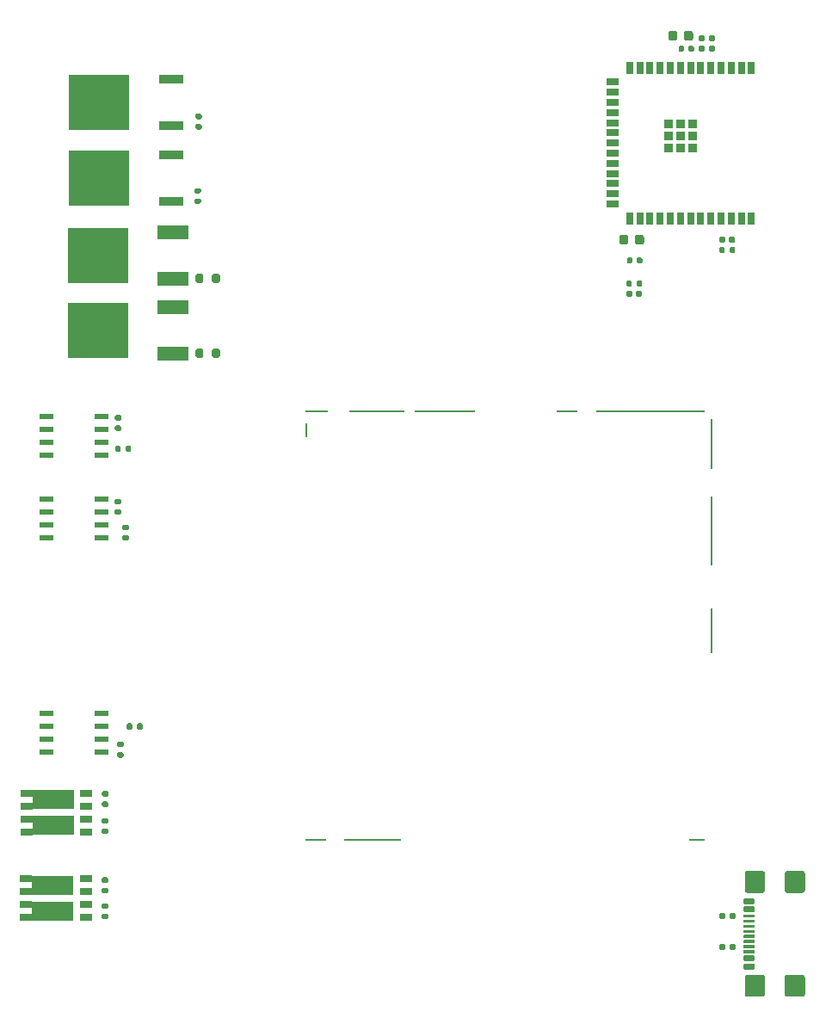
<source format=gtp>
G04 #@! TF.GenerationSoftware,KiCad,Pcbnew,8.0.7-8.0.7-0~ubuntu24.04.1*
G04 #@! TF.CreationDate,2024-12-18T22:00:21+00:00*
G04 #@! TF.ProjectId,hellenbremen,68656c6c-656e-4627-9265-6d656e2e6b69,rev?*
G04 #@! TF.SameCoordinates,Original*
G04 #@! TF.FileFunction,Paste,Top*
G04 #@! TF.FilePolarity,Positive*
%FSLAX46Y46*%
G04 Gerber Fmt 4.6, Leading zero omitted, Abs format (unit mm)*
G04 Created by KiCad (PCBNEW 8.0.7-8.0.7-0~ubuntu24.04.1) date 2024-12-18 22:00:21*
%MOMM*%
%LPD*%
G01*
G04 APERTURE LIST*
%ADD10R,1.460500X0.533400*%
%ADD11R,3.048000X1.397000*%
%ADD12R,5.918200X5.511800*%
%ADD13R,2.300000X0.200000*%
%ADD14R,10.700000X0.200000*%
%ADD15R,2.100000X0.200000*%
%ADD16R,6.000000X0.200000*%
%ADD17R,5.400000X0.200000*%
%ADD18R,0.200000X1.400000*%
%ADD19R,0.200000X5.000000*%
%ADD20R,0.200000X6.800000*%
%ADD21R,0.200000X4.500000*%
%ADD22R,1.600000X0.200000*%
%ADD23R,5.700000X0.200000*%
%ADD24R,2.000000X0.200000*%
%ADD25R,0.711200X1.295400*%
%ADD26R,1.295400X0.711200*%
%ADD27R,0.889000X0.889000*%
%ADD28R,1.150000X0.700000*%
%ADD29R,1.200000X0.700000*%
%ADD30R,4.100000X1.970000*%
%ADD31R,2.489200X0.939800*%
G04 APERTURE END LIST*
G04 #@! TO.C,R6*
G36*
G01*
X33620000Y30415000D02*
X33620000Y30785000D01*
G75*
G02*
X33755000Y30920000I135000J0D01*
G01*
X34025000Y30920000D01*
G75*
G02*
X34160000Y30785000I0J-135000D01*
G01*
X34160000Y30415000D01*
G75*
G02*
X34025000Y30280000I-135000J0D01*
G01*
X33755000Y30280000D01*
G75*
G02*
X33620000Y30415000I0J135000D01*
G01*
G37*
G36*
G01*
X34640000Y30415000D02*
X34640000Y30785000D01*
G75*
G02*
X34775000Y30920000I135000J0D01*
G01*
X35045000Y30920000D01*
G75*
G02*
X35180000Y30785000I0J-135000D01*
G01*
X35180000Y30415000D01*
G75*
G02*
X35045000Y30280000I-135000J0D01*
G01*
X34775000Y30280000D01*
G75*
G02*
X34640000Y30415000I0J135000D01*
G01*
G37*
G04 #@! TD*
G04 #@! TO.C,R11*
G36*
G01*
X42817998Y74951002D02*
X42817998Y74401002D01*
G75*
G02*
X42617998Y74201002I-200000J0D01*
G01*
X42217998Y74201002D01*
G75*
G02*
X42017998Y74401002I0J200000D01*
G01*
X42017998Y74951002D01*
G75*
G02*
X42217998Y75151002I200000J0D01*
G01*
X42617998Y75151002D01*
G75*
G02*
X42817998Y74951002I0J-200000D01*
G01*
G37*
G36*
G01*
X41167998Y74951002D02*
X41167998Y74401002D01*
G75*
G02*
X40967998Y74201002I-200000J0D01*
G01*
X40567998Y74201002D01*
G75*
G02*
X40367998Y74401002I0J200000D01*
G01*
X40367998Y74951002D01*
G75*
G02*
X40567998Y75151002I200000J0D01*
G01*
X40967998Y75151002D01*
G75*
G02*
X41167998Y74951002I0J-200000D01*
G01*
G37*
G04 #@! TD*
G04 #@! TO.C,R16*
G36*
G01*
X40885000Y89320000D02*
X40515000Y89320000D01*
G75*
G02*
X40380000Y89455000I0J135000D01*
G01*
X40380000Y89725000D01*
G75*
G02*
X40515000Y89860000I135000J0D01*
G01*
X40885000Y89860000D01*
G75*
G02*
X41020000Y89725000I0J-135000D01*
G01*
X41020000Y89455000D01*
G75*
G02*
X40885000Y89320000I-135000J0D01*
G01*
G37*
G36*
G01*
X40885000Y90340000D02*
X40515000Y90340000D01*
G75*
G02*
X40380000Y90475000I0J135000D01*
G01*
X40380000Y90745000D01*
G75*
G02*
X40515000Y90880000I135000J0D01*
G01*
X40885000Y90880000D01*
G75*
G02*
X41020000Y90745000I0J-135000D01*
G01*
X41020000Y90475000D01*
G75*
G02*
X40885000Y90340000I-135000J0D01*
G01*
G37*
G04 #@! TD*
G04 #@! TO.C,C2*
G36*
G01*
X82834000Y76284000D02*
X82834000Y76624000D01*
G75*
G02*
X82974000Y76764000I140000J0D01*
G01*
X83254000Y76764000D01*
G75*
G02*
X83394000Y76624000I0J-140000D01*
G01*
X83394000Y76284000D01*
G75*
G02*
X83254000Y76144000I-140000J0D01*
G01*
X82974000Y76144000D01*
G75*
G02*
X82834000Y76284000I0J140000D01*
G01*
G37*
G36*
G01*
X83794000Y76284000D02*
X83794000Y76624000D01*
G75*
G02*
X83934000Y76764000I140000J0D01*
G01*
X84214000Y76764000D01*
G75*
G02*
X84354000Y76624000I0J-140000D01*
G01*
X84354000Y76284000D01*
G75*
G02*
X84214000Y76144000I-140000J0D01*
G01*
X83934000Y76144000D01*
G75*
G02*
X83794000Y76284000I0J140000D01*
G01*
G37*
G04 #@! TD*
D10*
G04 #@! TO.C,U7*
X31172150Y57277000D03*
X31172150Y58547000D03*
X31172150Y59817000D03*
X31172150Y61087000D03*
X25723850Y61087000D03*
X25723850Y59817000D03*
X25723850Y58547000D03*
X25723850Y57277000D03*
G04 #@! TD*
G04 #@! TO.C,D1*
G36*
G01*
X84325000Y73324500D02*
X84325000Y72979500D01*
G75*
G02*
X84177500Y72832000I-147500J0D01*
G01*
X83882500Y72832000D01*
G75*
G02*
X83735000Y72979500I0J147500D01*
G01*
X83735000Y73324500D01*
G75*
G02*
X83882500Y73472000I147500J0D01*
G01*
X84177500Y73472000D01*
G75*
G02*
X84325000Y73324500I0J-147500D01*
G01*
G37*
G36*
G01*
X83355000Y73324500D02*
X83355000Y72979500D01*
G75*
G02*
X83207500Y72832000I-147500J0D01*
G01*
X82912500Y72832000D01*
G75*
G02*
X82765000Y72979500I0J147500D01*
G01*
X82765000Y73324500D01*
G75*
G02*
X82912500Y73472000I147500J0D01*
G01*
X83207500Y73472000D01*
G75*
G02*
X83355000Y73324500I0J-147500D01*
G01*
G37*
G04 #@! TD*
G04 #@! TO.C,R12*
G36*
G01*
X33713000Y48877000D02*
X33343000Y48877000D01*
G75*
G02*
X33208000Y49012000I0J135000D01*
G01*
X33208000Y49282000D01*
G75*
G02*
X33343000Y49417000I135000J0D01*
G01*
X33713000Y49417000D01*
G75*
G02*
X33848000Y49282000I0J-135000D01*
G01*
X33848000Y49012000D01*
G75*
G02*
X33713000Y48877000I-135000J0D01*
G01*
G37*
G36*
G01*
X33713000Y49897000D02*
X33343000Y49897000D01*
G75*
G02*
X33208000Y50032000I0J135000D01*
G01*
X33208000Y50302000D01*
G75*
G02*
X33343000Y50437000I135000J0D01*
G01*
X33713000Y50437000D01*
G75*
G02*
X33848000Y50302000I0J-135000D01*
G01*
X33848000Y50032000D01*
G75*
G02*
X33713000Y49897000I-135000J0D01*
G01*
G37*
G04 #@! TD*
D11*
G04 #@! TO.C,Q1*
X38176200Y67306000D03*
D12*
X30822900Y69596000D03*
D11*
X38176200Y71886000D03*
G04 #@! TD*
G04 #@! TO.C,R4*
G36*
G01*
X31290000Y15755000D02*
X31660000Y15755000D01*
G75*
G02*
X31795000Y15620000I0J-135000D01*
G01*
X31795000Y15350000D01*
G75*
G02*
X31660000Y15215000I-135000J0D01*
G01*
X31290000Y15215000D01*
G75*
G02*
X31155000Y15350000I0J135000D01*
G01*
X31155000Y15620000D01*
G75*
G02*
X31290000Y15755000I135000J0D01*
G01*
G37*
G36*
G01*
X31290000Y14735000D02*
X31660000Y14735000D01*
G75*
G02*
X31795000Y14600000I0J-135000D01*
G01*
X31795000Y14330000D01*
G75*
G02*
X31660000Y14195000I-135000J0D01*
G01*
X31290000Y14195000D01*
G75*
G02*
X31155000Y14330000I0J135000D01*
G01*
X31155000Y14600000D01*
G75*
G02*
X31290000Y14735000I135000J0D01*
G01*
G37*
G04 #@! TD*
G04 #@! TO.C,Q2*
X38176198Y74672002D03*
D12*
X30822898Y76962002D03*
D11*
X38176198Y79252002D03*
G04 #@! TD*
G04 #@! TO.C,C4*
G36*
G01*
X87914000Y97112000D02*
X87914000Y97452000D01*
G75*
G02*
X88054000Y97592000I140000J0D01*
G01*
X88334000Y97592000D01*
G75*
G02*
X88474000Y97452000I0J-140000D01*
G01*
X88474000Y97112000D01*
G75*
G02*
X88334000Y96972000I-140000J0D01*
G01*
X88054000Y96972000D01*
G75*
G02*
X87914000Y97112000I0J140000D01*
G01*
G37*
G36*
G01*
X88874000Y97112000D02*
X88874000Y97452000D01*
G75*
G02*
X89014000Y97592000I140000J0D01*
G01*
X89294000Y97592000D01*
G75*
G02*
X89434000Y97452000I0J-140000D01*
G01*
X89434000Y97112000D01*
G75*
G02*
X89294000Y96972000I-140000J0D01*
G01*
X89014000Y96972000D01*
G75*
G02*
X88874000Y97112000I0J140000D01*
G01*
G37*
G04 #@! TD*
G04 #@! TO.C,R18*
G36*
G01*
X32951000Y59674000D02*
X32581000Y59674000D01*
G75*
G02*
X32446000Y59809000I0J135000D01*
G01*
X32446000Y60079000D01*
G75*
G02*
X32581000Y60214000I135000J0D01*
G01*
X32951000Y60214000D01*
G75*
G02*
X33086000Y60079000I0J-135000D01*
G01*
X33086000Y59809000D01*
G75*
G02*
X32951000Y59674000I-135000J0D01*
G01*
G37*
G36*
G01*
X32951000Y60694000D02*
X32581000Y60694000D01*
G75*
G02*
X32446000Y60829000I0J135000D01*
G01*
X32446000Y61099000D01*
G75*
G02*
X32581000Y61234000I135000J0D01*
G01*
X32951000Y61234000D01*
G75*
G02*
X33086000Y61099000I0J-135000D01*
G01*
X33086000Y60829000D01*
G75*
G02*
X32951000Y60694000I-135000J0D01*
G01*
G37*
G04 #@! TD*
G04 #@! TO.C,R17*
G36*
G01*
X32494000Y57727000D02*
X32494000Y58097000D01*
G75*
G02*
X32629000Y58232000I135000J0D01*
G01*
X32899000Y58232000D01*
G75*
G02*
X33034000Y58097000I0J-135000D01*
G01*
X33034000Y57727000D01*
G75*
G02*
X32899000Y57592000I-135000J0D01*
G01*
X32629000Y57592000D01*
G75*
G02*
X32494000Y57727000I0J135000D01*
G01*
G37*
G36*
G01*
X33514000Y57727000D02*
X33514000Y58097000D01*
G75*
G02*
X33649000Y58232000I135000J0D01*
G01*
X33919000Y58232000D01*
G75*
G02*
X34054000Y58097000I0J-135000D01*
G01*
X34054000Y57727000D01*
G75*
G02*
X33919000Y57592000I-135000J0D01*
G01*
X33649000Y57592000D01*
G75*
G02*
X33514000Y57727000I0J135000D01*
G01*
G37*
G04 #@! TD*
G04 #@! TO.C,R15*
G36*
G01*
X40785000Y82010000D02*
X40415000Y82010000D01*
G75*
G02*
X40280000Y82145000I0J135000D01*
G01*
X40280000Y82415000D01*
G75*
G02*
X40415000Y82550000I135000J0D01*
G01*
X40785000Y82550000D01*
G75*
G02*
X40920000Y82415000I0J-135000D01*
G01*
X40920000Y82145000D01*
G75*
G02*
X40785000Y82010000I-135000J0D01*
G01*
G37*
G36*
G01*
X40785000Y83030000D02*
X40415000Y83030000D01*
G75*
G02*
X40280000Y83165000I0J135000D01*
G01*
X40280000Y83435000D01*
G75*
G02*
X40415000Y83570000I135000J0D01*
G01*
X40785000Y83570000D01*
G75*
G02*
X40920000Y83435000I0J-135000D01*
G01*
X40920000Y83165000D01*
G75*
G02*
X40785000Y83030000I-135000J0D01*
G01*
G37*
G04 #@! TD*
G04 #@! TO.C,R7*
G36*
G01*
X82788000Y73983000D02*
X82788000Y74353000D01*
G75*
G02*
X82923000Y74488000I135000J0D01*
G01*
X83193000Y74488000D01*
G75*
G02*
X83328000Y74353000I0J-135000D01*
G01*
X83328000Y73983000D01*
G75*
G02*
X83193000Y73848000I-135000J0D01*
G01*
X82923000Y73848000D01*
G75*
G02*
X82788000Y73983000I0J135000D01*
G01*
G37*
G36*
G01*
X83808000Y73983000D02*
X83808000Y74353000D01*
G75*
G02*
X83943000Y74488000I135000J0D01*
G01*
X84213000Y74488000D01*
G75*
G02*
X84348000Y74353000I0J-135000D01*
G01*
X84348000Y73983000D01*
G75*
G02*
X84213000Y73848000I-135000J0D01*
G01*
X83943000Y73848000D01*
G75*
G02*
X83808000Y73983000I0J135000D01*
G01*
G37*
G04 #@! TD*
G04 #@! TO.C,R3*
G36*
G01*
X33185000Y27520000D02*
X32815000Y27520000D01*
G75*
G02*
X32680000Y27655000I0J135000D01*
G01*
X32680000Y27925000D01*
G75*
G02*
X32815000Y28060000I135000J0D01*
G01*
X33185000Y28060000D01*
G75*
G02*
X33320000Y27925000I0J-135000D01*
G01*
X33320000Y27655000D01*
G75*
G02*
X33185000Y27520000I-135000J0D01*
G01*
G37*
G36*
G01*
X33185000Y28540000D02*
X32815000Y28540000D01*
G75*
G02*
X32680000Y28675000I0J135000D01*
G01*
X32680000Y28945000D01*
G75*
G02*
X32815000Y29080000I135000J0D01*
G01*
X33185000Y29080000D01*
G75*
G02*
X33320000Y28945000I0J-135000D01*
G01*
X33320000Y28675000D01*
G75*
G02*
X33185000Y28540000I-135000J0D01*
G01*
G37*
G04 #@! TD*
G04 #@! TO.C,R10*
G36*
G01*
X91930000Y77285000D02*
X91930000Y77655000D01*
G75*
G02*
X92065000Y77790000I135000J0D01*
G01*
X92335000Y77790000D01*
G75*
G02*
X92470000Y77655000I0J-135000D01*
G01*
X92470000Y77285000D01*
G75*
G02*
X92335000Y77150000I-135000J0D01*
G01*
X92065000Y77150000D01*
G75*
G02*
X91930000Y77285000I0J135000D01*
G01*
G37*
G36*
G01*
X92950000Y77285000D02*
X92950000Y77655000D01*
G75*
G02*
X93085000Y77790000I135000J0D01*
G01*
X93355000Y77790000D01*
G75*
G02*
X93490000Y77655000I0J-135000D01*
G01*
X93490000Y77285000D01*
G75*
G02*
X93355000Y77150000I-135000J0D01*
G01*
X93085000Y77150000D01*
G75*
G02*
X92950000Y77285000I0J135000D01*
G01*
G37*
G04 #@! TD*
G04 #@! TO.C,R19*
G36*
G01*
X31315000Y21580000D02*
X31685000Y21580000D01*
G75*
G02*
X31820000Y21445000I0J-135000D01*
G01*
X31820000Y21175000D01*
G75*
G02*
X31685000Y21040000I-135000J0D01*
G01*
X31315000Y21040000D01*
G75*
G02*
X31180000Y21175000I0J135000D01*
G01*
X31180000Y21445000D01*
G75*
G02*
X31315000Y21580000I135000J0D01*
G01*
G37*
G36*
G01*
X31315000Y20560000D02*
X31685000Y20560000D01*
G75*
G02*
X31820000Y20425000I0J-135000D01*
G01*
X31820000Y20155000D01*
G75*
G02*
X31685000Y20020000I-135000J0D01*
G01*
X31315000Y20020000D01*
G75*
G02*
X31180000Y20155000I0J135000D01*
G01*
X31180000Y20425000D01*
G75*
G02*
X31315000Y20560000I135000J0D01*
G01*
G37*
G04 #@! TD*
G04 #@! TO.C,R20*
G36*
G01*
X31315000Y24230000D02*
X31685000Y24230000D01*
G75*
G02*
X31820000Y24095000I0J-135000D01*
G01*
X31820000Y23825000D01*
G75*
G02*
X31685000Y23690000I-135000J0D01*
G01*
X31315000Y23690000D01*
G75*
G02*
X31180000Y23825000I0J135000D01*
G01*
X31180000Y24095000D01*
G75*
G02*
X31315000Y24230000I135000J0D01*
G01*
G37*
G36*
G01*
X31315000Y23210000D02*
X31685000Y23210000D01*
G75*
G02*
X31820000Y23075000I0J-135000D01*
G01*
X31820000Y22805000D01*
G75*
G02*
X31685000Y22670000I-135000J0D01*
G01*
X31315000Y22670000D01*
G75*
G02*
X31180000Y22805000I0J135000D01*
G01*
X31180000Y23075000D01*
G75*
G02*
X31315000Y23210000I135000J0D01*
G01*
G37*
G04 #@! TD*
G04 #@! TO.C,R9*
G36*
G01*
X89921000Y98113000D02*
X89921000Y98483000D01*
G75*
G02*
X90056000Y98618000I135000J0D01*
G01*
X90326000Y98618000D01*
G75*
G02*
X90461000Y98483000I0J-135000D01*
G01*
X90461000Y98113000D01*
G75*
G02*
X90326000Y97978000I-135000J0D01*
G01*
X90056000Y97978000D01*
G75*
G02*
X89921000Y98113000I0J135000D01*
G01*
G37*
G36*
G01*
X90941000Y98113000D02*
X90941000Y98483000D01*
G75*
G02*
X91076000Y98618000I135000J0D01*
G01*
X91346000Y98618000D01*
G75*
G02*
X91481000Y98483000I0J-135000D01*
G01*
X91481000Y98113000D01*
G75*
G02*
X91346000Y97978000I-135000J0D01*
G01*
X91076000Y97978000D01*
G75*
G02*
X90941000Y98113000I0J135000D01*
G01*
G37*
G04 #@! TD*
G04 #@! TO.C,C1*
G36*
G01*
X82074000Y78236000D02*
X82074000Y78736000D01*
G75*
G02*
X82299000Y78961000I225000J0D01*
G01*
X82749000Y78961000D01*
G75*
G02*
X82974000Y78736000I0J-225000D01*
G01*
X82974000Y78236000D01*
G75*
G02*
X82749000Y78011000I-225000J0D01*
G01*
X82299000Y78011000D01*
G75*
G02*
X82074000Y78236000I0J225000D01*
G01*
G37*
G36*
G01*
X83624000Y78236000D02*
X83624000Y78736000D01*
G75*
G02*
X83849000Y78961000I225000J0D01*
G01*
X84299000Y78961000D01*
G75*
G02*
X84524000Y78736000I0J-225000D01*
G01*
X84524000Y78236000D01*
G75*
G02*
X84299000Y78011000I-225000J0D01*
G01*
X83849000Y78011000D01*
G75*
G02*
X83624000Y78236000I0J225000D01*
G01*
G37*
G04 #@! TD*
G04 #@! TO.C,C3*
G36*
G01*
X86900000Y98302000D02*
X86900000Y98802000D01*
G75*
G02*
X87125000Y99027000I225000J0D01*
G01*
X87575000Y99027000D01*
G75*
G02*
X87800000Y98802000I0J-225000D01*
G01*
X87800000Y98302000D01*
G75*
G02*
X87575000Y98077000I-225000J0D01*
G01*
X87125000Y98077000D01*
G75*
G02*
X86900000Y98302000I0J225000D01*
G01*
G37*
G36*
G01*
X88450000Y98302000D02*
X88450000Y98802000D01*
G75*
G02*
X88675000Y99027000I225000J0D01*
G01*
X89125000Y99027000D01*
G75*
G02*
X89350000Y98802000I0J-225000D01*
G01*
X89350000Y98302000D01*
G75*
G02*
X89125000Y98077000I-225000J0D01*
G01*
X88675000Y98077000D01*
G75*
G02*
X88450000Y98302000I0J225000D01*
G01*
G37*
G04 #@! TD*
G04 #@! TO.C,D2*
G36*
G01*
X89921000Y97109500D02*
X89921000Y97454500D01*
G75*
G02*
X90068500Y97602000I147500J0D01*
G01*
X90363500Y97602000D01*
G75*
G02*
X90511000Y97454500I0J-147500D01*
G01*
X90511000Y97109500D01*
G75*
G02*
X90363500Y96962000I-147500J0D01*
G01*
X90068500Y96962000D01*
G75*
G02*
X89921000Y97109500I0J147500D01*
G01*
G37*
G36*
G01*
X90891000Y97109500D02*
X90891000Y97454500D01*
G75*
G02*
X91038500Y97602000I147500J0D01*
G01*
X91333500Y97602000D01*
G75*
G02*
X91481000Y97454500I0J-147500D01*
G01*
X91481000Y97109500D01*
G75*
G02*
X91333500Y96962000I-147500J0D01*
G01*
X91038500Y96962000D01*
G75*
G02*
X90891000Y97109500I0J147500D01*
G01*
G37*
G04 #@! TD*
D10*
G04 #@! TO.C,U4*
X31172150Y49149000D03*
X31172150Y50419000D03*
X31172150Y51689000D03*
X31172150Y52959000D03*
X25723850Y52959000D03*
X25723850Y51689000D03*
X25723850Y50419000D03*
X25723850Y49149000D03*
G04 #@! TD*
G04 #@! TO.C,U2*
X31172150Y28067000D03*
X31172150Y29337000D03*
X31172150Y30607000D03*
X31172150Y31877000D03*
X25723850Y31877000D03*
X25723850Y30607000D03*
X25723850Y29337000D03*
X25723850Y28067000D03*
G04 #@! TD*
G04 #@! TO.C,J3*
G36*
G01*
X95282528Y6685819D02*
X94432528Y6685819D01*
G75*
G02*
X94282528Y6835819I0J150000D01*
G01*
X94282528Y7135819D01*
G75*
G02*
X94432528Y7285819I150000J0D01*
G01*
X95282528Y7285819D01*
G75*
G02*
X95432528Y7135819I0J-150000D01*
G01*
X95432528Y6835819D01*
G75*
G02*
X95282528Y6685819I-150000J0D01*
G01*
G37*
G36*
G01*
X95282528Y7485819D02*
X94432528Y7485819D01*
G75*
G02*
X94282528Y7635819I0J150000D01*
G01*
X94282528Y7935819D01*
G75*
G02*
X94432528Y8085819I150000J0D01*
G01*
X95282528Y8085819D01*
G75*
G02*
X95432528Y7935819I0J-150000D01*
G01*
X95432528Y7635819D01*
G75*
G02*
X95282528Y7485819I-150000J0D01*
G01*
G37*
G36*
G01*
X95357528Y8785819D02*
X94357528Y8785819D01*
G75*
G02*
X94282528Y8860819I0J75000D01*
G01*
X94282528Y9010819D01*
G75*
G02*
X94357528Y9085819I75000J0D01*
G01*
X95357528Y9085819D01*
G75*
G02*
X95432528Y9010819I0J-75000D01*
G01*
X95432528Y8860819D01*
G75*
G02*
X95357528Y8785819I-75000J0D01*
G01*
G37*
G36*
G01*
X95357528Y9785819D02*
X94357528Y9785819D01*
G75*
G02*
X94282528Y9860819I0J75000D01*
G01*
X94282528Y10010819D01*
G75*
G02*
X94357528Y10085819I75000J0D01*
G01*
X95357528Y10085819D01*
G75*
G02*
X95432528Y10010819I0J-75000D01*
G01*
X95432528Y9860819D01*
G75*
G02*
X95357528Y9785819I-75000J0D01*
G01*
G37*
G36*
G01*
X95357528Y10285819D02*
X94357528Y10285819D01*
G75*
G02*
X94282528Y10360819I0J75000D01*
G01*
X94282528Y10510819D01*
G75*
G02*
X94357528Y10585819I75000J0D01*
G01*
X95357528Y10585819D01*
G75*
G02*
X95432528Y10510819I0J-75000D01*
G01*
X95432528Y10360819D01*
G75*
G02*
X95357528Y10285819I-75000J0D01*
G01*
G37*
G36*
G01*
X95357528Y11285819D02*
X94357528Y11285819D01*
G75*
G02*
X94282528Y11360819I0J75000D01*
G01*
X94282528Y11510819D01*
G75*
G02*
X94357528Y11585819I75000J0D01*
G01*
X95357528Y11585819D01*
G75*
G02*
X95432528Y11510819I0J-75000D01*
G01*
X95432528Y11360819D01*
G75*
G02*
X95357528Y11285819I-75000J0D01*
G01*
G37*
G36*
G01*
X95282528Y12285819D02*
X94432528Y12285819D01*
G75*
G02*
X94282528Y12435819I0J150000D01*
G01*
X94282528Y12735819D01*
G75*
G02*
X94432528Y12885819I150000J0D01*
G01*
X95282528Y12885819D01*
G75*
G02*
X95432528Y12735819I0J-150000D01*
G01*
X95432528Y12435819D01*
G75*
G02*
X95282528Y12285819I-150000J0D01*
G01*
G37*
G36*
G01*
X95282528Y13085819D02*
X94432528Y13085819D01*
G75*
G02*
X94282528Y13235819I0J150000D01*
G01*
X94282528Y13535819D01*
G75*
G02*
X94432528Y13685819I150000J0D01*
G01*
X95282528Y13685819D01*
G75*
G02*
X95432528Y13535819I0J-150000D01*
G01*
X95432528Y13235819D01*
G75*
G02*
X95282528Y13085819I-150000J0D01*
G01*
G37*
G36*
G01*
X95282528Y13085819D02*
X94432528Y13085819D01*
G75*
G02*
X94282528Y13235819I0J150000D01*
G01*
X94282528Y13535819D01*
G75*
G02*
X94432528Y13685819I150000J0D01*
G01*
X95282528Y13685819D01*
G75*
G02*
X95432528Y13535819I0J-150000D01*
G01*
X95432528Y13235819D01*
G75*
G02*
X95282528Y13085819I-150000J0D01*
G01*
G37*
G36*
G01*
X95282528Y12285819D02*
X94432528Y12285819D01*
G75*
G02*
X94282528Y12435819I0J150000D01*
G01*
X94282528Y12735819D01*
G75*
G02*
X94432528Y12885819I150000J0D01*
G01*
X95282528Y12885819D01*
G75*
G02*
X95432528Y12735819I0J-150000D01*
G01*
X95432528Y12435819D01*
G75*
G02*
X95282528Y12285819I-150000J0D01*
G01*
G37*
G36*
G01*
X95357528Y11785819D02*
X94357528Y11785819D01*
G75*
G02*
X94282528Y11860819I0J75000D01*
G01*
X94282528Y12010819D01*
G75*
G02*
X94357528Y12085819I75000J0D01*
G01*
X95357528Y12085819D01*
G75*
G02*
X95432528Y12010819I0J-75000D01*
G01*
X95432528Y11860819D01*
G75*
G02*
X95357528Y11785819I-75000J0D01*
G01*
G37*
G36*
G01*
X95357528Y10785819D02*
X94357528Y10785819D01*
G75*
G02*
X94282528Y10860819I0J75000D01*
G01*
X94282528Y11010819D01*
G75*
G02*
X94357528Y11085819I75000J0D01*
G01*
X95357528Y11085819D01*
G75*
G02*
X95432528Y11010819I0J-75000D01*
G01*
X95432528Y10860819D01*
G75*
G02*
X95357528Y10785819I-75000J0D01*
G01*
G37*
G36*
G01*
X95357528Y9285819D02*
X94357528Y9285819D01*
G75*
G02*
X94282528Y9360819I0J75000D01*
G01*
X94282528Y9510819D01*
G75*
G02*
X94357528Y9585819I75000J0D01*
G01*
X95357528Y9585819D01*
G75*
G02*
X95432528Y9510819I0J-75000D01*
G01*
X95432528Y9360819D01*
G75*
G02*
X95357528Y9285819I-75000J0D01*
G01*
G37*
G36*
G01*
X95357528Y8285819D02*
X94357528Y8285819D01*
G75*
G02*
X94282528Y8360819I0J75000D01*
G01*
X94282528Y8510819D01*
G75*
G02*
X94357528Y8585819I75000J0D01*
G01*
X95357528Y8585819D01*
G75*
G02*
X95432528Y8510819I0J-75000D01*
G01*
X95432528Y8360819D01*
G75*
G02*
X95357528Y8285819I-75000J0D01*
G01*
G37*
G36*
G01*
X95282528Y7485819D02*
X94432528Y7485819D01*
G75*
G02*
X94282528Y7635819I0J150000D01*
G01*
X94282528Y7935819D01*
G75*
G02*
X94432528Y8085819I150000J0D01*
G01*
X95282528Y8085819D01*
G75*
G02*
X95432528Y7935819I0J-150000D01*
G01*
X95432528Y7635819D01*
G75*
G02*
X95282528Y7485819I-150000J0D01*
G01*
G37*
G36*
G01*
X95282528Y6685819D02*
X94432528Y6685819D01*
G75*
G02*
X94282528Y6835819I0J150000D01*
G01*
X94282528Y7135819D01*
G75*
G02*
X94432528Y7285819I150000J0D01*
G01*
X95282528Y7285819D01*
G75*
G02*
X95432528Y7135819I0J-150000D01*
G01*
X95432528Y6835819D01*
G75*
G02*
X95282528Y6685819I-150000J0D01*
G01*
G37*
G36*
G01*
X96182528Y3985819D02*
X94682528Y3985819D01*
G75*
G02*
X94432528Y4235819I0J250000D01*
G01*
X94432528Y5915819D01*
G75*
G02*
X94682528Y6165819I250000J0D01*
G01*
X96182528Y6165819D01*
G75*
G02*
X96432528Y5915819I0J-250000D01*
G01*
X96432528Y4235819D01*
G75*
G02*
X96182528Y3985819I-250000J0D01*
G01*
G37*
G36*
G01*
X100112528Y3985819D02*
X98612528Y3985819D01*
G75*
G02*
X98362528Y4235819I0J250000D01*
G01*
X98362528Y5915819D01*
G75*
G02*
X98612528Y6165819I250000J0D01*
G01*
X100112528Y6165819D01*
G75*
G02*
X100362528Y5915819I0J-250000D01*
G01*
X100362528Y4235819D01*
G75*
G02*
X100112528Y3985819I-250000J0D01*
G01*
G37*
G36*
G01*
X96182528Y14205819D02*
X94682528Y14205819D01*
G75*
G02*
X94432528Y14455819I0J250000D01*
G01*
X94432528Y16135819D01*
G75*
G02*
X94682528Y16385819I250000J0D01*
G01*
X96182528Y16385819D01*
G75*
G02*
X96432528Y16135819I0J-250000D01*
G01*
X96432528Y14455819D01*
G75*
G02*
X96182528Y14205819I-250000J0D01*
G01*
G37*
G36*
G01*
X100112528Y14205819D02*
X98612528Y14205819D01*
G75*
G02*
X98362528Y14455819I0J250000D01*
G01*
X98362528Y16135819D01*
G75*
G02*
X98612528Y16385819I250000J0D01*
G01*
X100112528Y16385819D01*
G75*
G02*
X100362528Y16135819I0J-250000D01*
G01*
X100362528Y14455819D01*
G75*
G02*
X100112528Y14205819I-250000J0D01*
G01*
G37*
G04 #@! TD*
G04 #@! TO.C,R2*
G36*
G01*
X93525528Y9070819D02*
X93525528Y8700819D01*
G75*
G02*
X93390528Y8565819I-135000J0D01*
G01*
X93120528Y8565819D01*
G75*
G02*
X92985528Y8700819I0J135000D01*
G01*
X92985528Y9070819D01*
G75*
G02*
X93120528Y9205819I135000J0D01*
G01*
X93390528Y9205819D01*
G75*
G02*
X93525528Y9070819I0J-135000D01*
G01*
G37*
G36*
G01*
X92505528Y9070819D02*
X92505528Y8700819D01*
G75*
G02*
X92370528Y8565819I-135000J0D01*
G01*
X92100528Y8565819D01*
G75*
G02*
X91965528Y8700819I0J135000D01*
G01*
X91965528Y9070819D01*
G75*
G02*
X92100528Y9205819I135000J0D01*
G01*
X92370528Y9205819D01*
G75*
G02*
X92505528Y9070819I0J-135000D01*
G01*
G37*
G04 #@! TD*
G04 #@! TO.C,D3*
G36*
G01*
X91928000Y78313500D02*
X91928000Y78658500D01*
G75*
G02*
X92075500Y78806000I147500J0D01*
G01*
X92370500Y78806000D01*
G75*
G02*
X92518000Y78658500I0J-147500D01*
G01*
X92518000Y78313500D01*
G75*
G02*
X92370500Y78166000I-147500J0D01*
G01*
X92075500Y78166000D01*
G75*
G02*
X91928000Y78313500I0J147500D01*
G01*
G37*
G36*
G01*
X92898000Y78313500D02*
X92898000Y78658500D01*
G75*
G02*
X93045500Y78806000I147500J0D01*
G01*
X93340500Y78806000D01*
G75*
G02*
X93488000Y78658500I0J-147500D01*
G01*
X93488000Y78313500D01*
G75*
G02*
X93340500Y78166000I-147500J0D01*
G01*
X93045500Y78166000D01*
G75*
G02*
X92898000Y78313500I0J147500D01*
G01*
G37*
G04 #@! TD*
D13*
G04 #@! TO.C,M3*
X52345000Y61565004D03*
D14*
X85144998Y61565002D03*
D15*
X76944999Y61565002D03*
D16*
X64895000Y61565002D03*
D17*
X58195003Y61565002D03*
D18*
X51294997Y59764995D03*
D19*
X91194998Y58365000D03*
D20*
X91194998Y49864997D03*
D21*
X91194998Y40014994D03*
D22*
X89694999Y19464999D03*
D23*
X57844996Y19464999D03*
D24*
X52195003Y19464999D03*
G04 #@! TD*
G04 #@! TO.C,R8*
G36*
G01*
X42818000Y67585000D02*
X42818000Y67035000D01*
G75*
G02*
X42618000Y66835000I-200000J0D01*
G01*
X42218000Y66835000D01*
G75*
G02*
X42018000Y67035000I0J200000D01*
G01*
X42018000Y67585000D01*
G75*
G02*
X42218000Y67785000I200000J0D01*
G01*
X42618000Y67785000D01*
G75*
G02*
X42818000Y67585000I0J-200000D01*
G01*
G37*
G36*
G01*
X41168000Y67585000D02*
X41168000Y67035000D01*
G75*
G02*
X40968000Y66835000I-200000J0D01*
G01*
X40568000Y66835000D01*
G75*
G02*
X40368000Y67035000I0J200000D01*
G01*
X40368000Y67585000D01*
G75*
G02*
X40568000Y67785000I200000J0D01*
G01*
X40968000Y67785000D01*
G75*
G02*
X41168000Y67585000I0J-200000D01*
G01*
G37*
G04 #@! TD*
G04 #@! TO.C,R1*
G36*
G01*
X93527528Y12118819D02*
X93527528Y11748819D01*
G75*
G02*
X93392528Y11613819I-135000J0D01*
G01*
X93122528Y11613819D01*
G75*
G02*
X92987528Y11748819I0J135000D01*
G01*
X92987528Y12118819D01*
G75*
G02*
X93122528Y12253819I135000J0D01*
G01*
X93392528Y12253819D01*
G75*
G02*
X93527528Y12118819I0J-135000D01*
G01*
G37*
G36*
G01*
X92507528Y12118819D02*
X92507528Y11748819D01*
G75*
G02*
X92372528Y11613819I-135000J0D01*
G01*
X92102528Y11613819D01*
G75*
G02*
X91967528Y11748819I0J135000D01*
G01*
X91967528Y12118819D01*
G75*
G02*
X92102528Y12253819I135000J0D01*
G01*
X92372528Y12253819D01*
G75*
G02*
X92507528Y12118819I0J-135000D01*
G01*
G37*
G04 #@! TD*
D25*
G04 #@! TO.C,U1*
X95100000Y95400000D03*
X94099999Y95400000D03*
X93099999Y95400000D03*
X92099998Y95400000D03*
X91100000Y95400000D03*
X90100000Y95400000D03*
X89099999Y95400000D03*
X88099998Y95400000D03*
X87099998Y95400000D03*
X86100000Y95400000D03*
X85099999Y95400000D03*
X84099999Y95400000D03*
X83099998Y95400000D03*
D26*
X81449999Y94000001D03*
X81449999Y93000000D03*
X81449999Y92000000D03*
X81449999Y90999999D03*
X81449999Y90000001D03*
X81449999Y89000001D03*
X81449999Y88000000D03*
X81449999Y86999999D03*
X81449999Y85999999D03*
X81449999Y85000001D03*
X81449999Y84000000D03*
X81449999Y83000000D03*
X81449999Y81999999D03*
D25*
X83099998Y80600000D03*
X84099999Y80600000D03*
X85099999Y80600000D03*
X86100000Y80600000D03*
X87099998Y80600000D03*
X88099998Y80600000D03*
X89099999Y80600000D03*
X90100000Y80600000D03*
X91100000Y80600000D03*
X92099998Y80600000D03*
X93099999Y80600000D03*
X94099999Y80600000D03*
X95100000Y80600000D03*
D27*
X89299999Y89880000D03*
X89299999Y88680000D03*
X89299999Y87480000D03*
X88099999Y89880000D03*
X88099999Y88680000D03*
X88099999Y87480000D03*
X86899999Y89880000D03*
X86899999Y88680000D03*
X86899999Y87480000D03*
G04 #@! TD*
D28*
G04 #@! TO.C,Q5*
X29575000Y11775000D03*
X29575000Y13045000D03*
X29575000Y14315000D03*
X29575000Y15585000D03*
D29*
X23700000Y15585000D03*
X23700000Y14315000D03*
X23700000Y13045000D03*
X23700000Y11775000D03*
D30*
X26350000Y12410000D03*
X26350000Y14950000D03*
G04 #@! TD*
D31*
G04 #@! TO.C,Q4*
X38000000Y89728000D03*
X38000000Y94300000D03*
D12*
X30900700Y92014000D03*
G04 #@! TD*
G04 #@! TO.C,R13*
G36*
G01*
X32951000Y51415000D02*
X32581000Y51415000D01*
G75*
G02*
X32446000Y51550000I0J135000D01*
G01*
X32446000Y51820000D01*
G75*
G02*
X32581000Y51955000I135000J0D01*
G01*
X32951000Y51955000D01*
G75*
G02*
X33086000Y51820000I0J-135000D01*
G01*
X33086000Y51550000D01*
G75*
G02*
X32951000Y51415000I-135000J0D01*
G01*
G37*
G36*
G01*
X32951000Y52435000D02*
X32581000Y52435000D01*
G75*
G02*
X32446000Y52570000I0J135000D01*
G01*
X32446000Y52840000D01*
G75*
G02*
X32581000Y52975000I135000J0D01*
G01*
X32951000Y52975000D01*
G75*
G02*
X33086000Y52840000I0J-135000D01*
G01*
X33086000Y52570000D01*
G75*
G02*
X32951000Y52435000I-135000J0D01*
G01*
G37*
G04 #@! TD*
G04 #@! TO.C,R5*
G36*
G01*
X31290000Y13205000D02*
X31660000Y13205000D01*
G75*
G02*
X31795000Y13070000I0J-135000D01*
G01*
X31795000Y12800000D01*
G75*
G02*
X31660000Y12665000I-135000J0D01*
G01*
X31290000Y12665000D01*
G75*
G02*
X31155000Y12800000I0J135000D01*
G01*
X31155000Y13070000D01*
G75*
G02*
X31290000Y13205000I135000J0D01*
G01*
G37*
G36*
G01*
X31290000Y12185000D02*
X31660000Y12185000D01*
G75*
G02*
X31795000Y12050000I0J-135000D01*
G01*
X31795000Y11780000D01*
G75*
G02*
X31660000Y11645000I-135000J0D01*
G01*
X31290000Y11645000D01*
G75*
G02*
X31155000Y11780000I0J135000D01*
G01*
X31155000Y12050000D01*
G75*
G02*
X31290000Y12185000I135000J0D01*
G01*
G37*
G04 #@! TD*
D28*
G04 #@! TO.C,Q6*
X29650000Y20240000D03*
X29650000Y21510000D03*
X29650000Y22780000D03*
X29650000Y24050000D03*
D29*
X23775000Y24050000D03*
X23775000Y22780000D03*
X23775000Y21510000D03*
X23775000Y20240000D03*
D30*
X26425000Y20875000D03*
X26425000Y23415000D03*
G04 #@! TD*
D31*
G04 #@! TO.C,Q3*
X38000000Y82300000D03*
X38000000Y86872000D03*
D12*
X30900700Y84586000D03*
G04 #@! TD*
M02*

</source>
